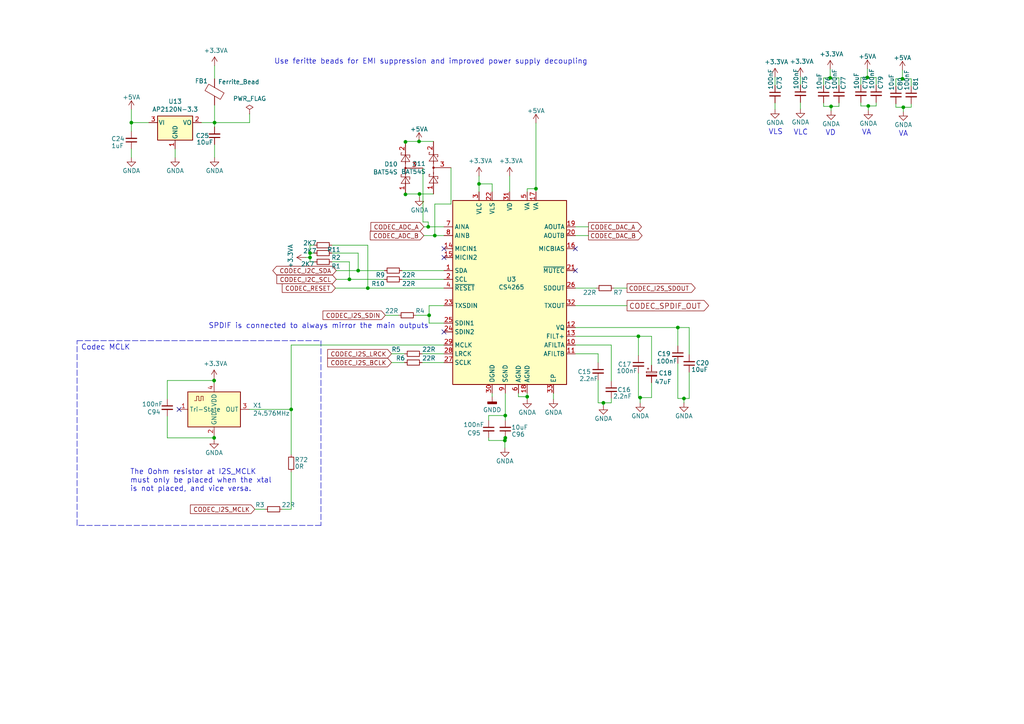
<source format=kicad_sch>
(kicad_sch (version 20211123) (generator eeschema)
  (paper "A4")
  (title_block (title "MOD Dwarf - Main Board") (date "2021-09-06") (rev "3.0") (company "MOD Devices GmbH") (comment 1 "Dwarf Audio processing board") (comment 2 "https://github.com/moddevices/hw-mod-dwarf") (comment 3 "Inp Power: 12V 500mA") (comment 4 "USB outp Power: 500mA"))
  (lib_symbols
    (symbol "Oscillator:ASCO"
      (property "Reference" "X" (at -7.62 6.35 0))
      (property "Value" "ASCO" (at 1.27 -6.35 0))
      (symbol "ASCO_0_1"
        (rectangle (start -7.62 5.08) (end 7.62 -5.08) (stroke (width 0.254)) (fill (type background)))
        (polyline (pts (xy -5.715 2.54) (xy -5.08 2.54) (xy -5.08 3.81) (xy -4.445 3.81) (xy -4.445 2.54) (xy -3.81 2.54) (xy -3.81 3.81) (xy -3.175 3.81) (xy -3.175 2.54)))
      )
      (symbol "ASCO_1_1"
        (pin input line (at -10.16 0 0) (length 2.54) (name "Tri-State") (number "1"))
        (pin power_in line (at 0 -7.62 90) (length 2.54) (name "GND") (number "2"))
        (pin output line (at 10.16 0 180) (length 2.54) (name "OUT") (number "3"))
        (pin power_in line (at 0 7.62 270) (length 2.54) (name "VDD") (number "4"))
      )
    )
    (symbol "bottom-board-rescue:+3.3VA-power" (power) (pin_names (offset 0))
      (property "Value" "+3.3VA-power" (at 0 3.556 0))
      (symbol "+3.3VA-power_0_1"
        (polyline (pts (xy -0.762 1.27) (xy 0 2.54)))
        (polyline (pts (xy 0 0) (xy 0 2.54)))
        (polyline (pts (xy 0 2.54) (xy 0.762 1.27)))
      )
      (symbol "+3.3VA-power_1_1"
        (pin power_in line (at 0 0 90) (length 0) hide (name "+3.3VA") (number "1"))
      )
    )
    (symbol "bottom-board-rescue:+5VA-power" (power) (pin_names (offset 0))
      (property "Value" "+5VA-power" (at 0 3.556 0))
      (symbol "+5VA-power_0_1"
        (polyline (pts (xy -0.762 1.27) (xy 0 2.54)))
        (polyline (pts (xy 0 0) (xy 0 2.54)))
        (polyline (pts (xy 0 2.54) (xy 0.762 1.27)))
      )
      (symbol "+5VA-power_1_1"
        (pin power_in line (at 0 0 90) (length 0) hide (name "+5VA") (number "1"))
      )
    )
    (symbol "bottom-board-rescue:AP2120N-3.3-local-components2" (pin_names (offset 0.254))
      (property "Reference" "U" (at -3.81 3.175 0))
      (property "Value" "AP2120N-3.3-local-components2" (at 0 3.175 0))
      (symbol "AP2120N-3.3-local-components2_0_1"
        (rectangle (start -5.08 -5.08) (end 5.08 1.905) (stroke (width 0.254)) (fill (type background)))
      )
      (symbol "AP2120N-3.3-local-components2_1_1"
        (pin power_in line (at 0 -7.62 90) (length 2.54) (name "GND") (number "1"))
        (pin passive line (at 7.62 0 180) (length 2.54) (name "VO") (number "2"))
        (pin power_in line (at -7.62 0 0) (length 2.54) (name "VI") (number "3"))
      )
    )
    (symbol "bottom-board-rescue:BAT54S-Diode" (pin_names (offset 1.016))
      (property "Reference" "D" (at 0.635 -3.81 0))
      (property "Value" "BAT54S-Diode" (at -6.35 3.175 0))
      (symbol "BAT54S-Diode_0_1"
        (polyline (pts (xy -3.81 0) (xy -1.27 0)))
        (polyline (pts (xy -3.175 -1.27) (xy -3.175 -1.016)))
        (polyline (pts (xy -2.54 -1.27) (xy -3.175 -1.27)))
        (polyline (pts (xy -2.54 -1.27) (xy -2.54 1.27)))
        (polyline (pts (xy -2.54 1.27) (xy -1.905 1.27)))
        (polyline (pts (xy -1.905 0) (xy 1.905 0)))
        (polyline (pts (xy -1.905 1.27) (xy -1.905 1.016)))
        (polyline (pts (xy 1.27 0) (xy 3.81 0)))
        (polyline (pts (xy 3.175 -1.27) (xy 3.175 -1.016)))
        (polyline (pts (xy 3.81 -1.27) (xy 3.175 -1.27)))
        (polyline (pts (xy 3.81 -1.27) (xy 3.81 1.27)))
        (polyline (pts (xy 3.81 1.27) (xy 4.445 1.27)))
        (polyline (pts (xy 4.445 1.27) (xy 4.445 1.016)))
        (polyline (pts (xy -4.445 1.27) (xy -4.445 -1.27) (xy -2.54 0) (xy -4.445 1.27)))
        (polyline (pts (xy 1.905 1.27) (xy 1.905 -1.27) (xy 3.81 0) (xy 1.905 1.27)))
        (circle (center 0 0) (radius 0.254) (fill (type outline)))
      )
      (symbol "BAT54S-Diode_1_1"
        (pin passive line (at -7.62 0 0) (length 3.81) (name "~") (number "1"))
        (pin passive line (at 7.62 0 180) (length 3.81) (name "~") (number "2"))
        (pin passive line (at 0 -5.08 90) (length 5.08) (name "~") (number "3"))
      )
    )
    (symbol "bottom-board-rescue:CP_Small" (pin_numbers hide) (pin_names (offset 0.254) hide)
      (property "Reference" "C" (at 0.254 1.778 0))
      (property "Value" "CP_Small" (at 0.254 -2.032 0))
      (symbol "CP_Small_0_1"
        (rectangle (start -1.524 -0.3048) (end 1.524 -0.6858) (fill (type outline)))
        (rectangle (start -1.524 0.6858) (end 1.524 0.3048))
        (polyline (pts (xy -1.27 1.524) (xy -0.762 1.524)))
        (polyline (pts (xy -1.016 1.27) (xy -1.016 1.778)))
      )
      (symbol "CP_Small_1_1"
        (pin passive line (at 0 2.54 270) (length 1.8542) (name "~") (number "1"))
        (pin passive line (at 0 -2.54 90) (length 1.8542) (name "~") (number "2"))
      )
    )
    (symbol "bottom-board-rescue:CS4265-local-components-mdx"
      (property "Reference" "U" (at 16.51 30.48 0))
      (property "Value" "CS4265-local-components-mdx" (at 16.51 27.94 0))
      (symbol "CS4265-local-components-mdx_0_1"
        (rectangle (start -16.51 26.67) (end 16.51 -26.67) (stroke (width 0.254)) (fill (type background)))
      )
      (symbol "CS4265-local-components-mdx_1_1"
        (pin bidirectional line (at -19.05 6.35 0) (length 2.54) (name "SDA") (number "1"))
        (pin output line (at 19.05 -15.24 180) (length 2.54) (name "AFILTA") (number "10"))
        (pin output line (at 19.05 -17.78 180) (length 2.54) (name "AFILTB") (number "11"))
        (pin output line (at 19.05 -10.16 180) (length 2.54) (name "VQ") (number "12"))
        (pin output line (at 19.05 -12.7 180) (length 2.54) (name "FILT+") (number "13"))
        (pin input line (at -19.05 12.7 0) (length 2.54) (name "MICIN1") (number "14"))
        (pin input line (at -19.05 10.16 0) (length 2.54) (name "MICIN2") (number "15"))
        (pin output line (at 19.05 12.7 180) (length 2.54) (name "MICBIAS") (number "16"))
        (pin power_in line (at 7.62 29.21 270) (length 2.54) (name "VA") (number "17"))
        (pin power_in line (at 5.08 -29.21 90) (length 2.54) (name "AGND") (number "18"))
        (pin output line (at 19.05 19.05 180) (length 2.54) (name "AOUTA") (number "19"))
        (pin input line (at -19.05 3.81 0) (length 2.54) (name "SCL") (number "2"))
        (pin output line (at 19.05 16.51 180) (length 2.54) (name "AOUTB") (number "20"))
        (pin output line (at 19.05 6.35 180) (length 2.54) (name "~{MUTEC}") (number "21"))
        (pin power_in line (at -5.08 29.21 270) (length 2.54) (name "VLS") (number "22"))
        (pin input line (at -19.05 -3.81 0) (length 2.54) (name "TXSDIN") (number "23"))
        (pin input line (at -19.05 -11.43 0) (length 2.54) (name "SDIN2") (number "24"))
        (pin input line (at -19.05 -8.89 0) (length 2.54) (name "SDIN1") (number "25"))
        (pin output line (at 19.05 1.27 180) (length 2.54) (name "SDOUT") (number "26"))
        (pin bidirectional line (at -19.05 -20.32 0) (length 2.54) (name "SCLK") (number "27"))
        (pin bidirectional line (at -19.05 -17.78 0) (length 2.54) (name "LRCK") (number "28"))
        (pin input line (at -19.05 -15.24 0) (length 2.54) (name "MCLK") (number "29"))
        (pin input line (at -8.89 29.21 270) (length 2.54) (name "VLC") (number "3"))
        (pin power_in line (at -5.08 -29.21 90) (length 2.54) (name "DGND") (number "30"))
        (pin power_in line (at 0 29.21 270) (length 2.54) (name "VD") (number "31"))
        (pin output line (at 19.05 -3.81 180) (length 2.54) (name "TXOUT") (number "32"))
        (pin power_in line (at 12.7 -29.21 90) (length 2.54) (name "EP") (number "33"))
        (pin input line (at -19.05 1.27 0) (length 2.54) (name "~{RESET}") (number "4"))
        (pin power_in line (at 5.08 29.21 270) (length 2.54) (name "VA") (number "5"))
        (pin power_in line (at 2.54 -29.21 90) (length 2.54) (name "AGND") (number "6"))
        (pin input line (at -19.05 19.05 0) (length 2.54) (name "AINA") (number "7"))
        (pin input line (at -19.05 16.51 0) (length 2.54) (name "AINB") (number "8"))
        (pin power_in line (at -1.27 -29.21 90) (length 2.54) (name "SGND") (number "9"))
      )
    )
    (symbol "bottom-board-rescue:C_Small" (pin_numbers hide) (pin_names (offset 0.254) hide)
      (property "Reference" "C" (at 0.254 1.778 0))
      (property "Value" "C_Small" (at 0.254 -2.032 0))
      (symbol "C_Small_0_1"
        (polyline (pts (xy -1.524 -0.508) (xy 1.524 -0.508)) (stroke (width 0.3302)))
        (polyline (pts (xy -1.524 0.508) (xy 1.524 0.508)) (stroke (width 0.3048)))
      )
      (symbol "C_Small_1_1"
        (pin passive line (at 0 2.54 270) (length 2.032) (name "~") (number "1"))
        (pin passive line (at 0 -2.54 90) (length 2.032) (name "~") (number "2"))
      )
    )
    (symbol "bottom-board-rescue:Ferrite_Bead-Device" (pin_numbers hide) (pin_names (offset 0))
      (property "Reference" "FB" (at -3.81 0.635 90))
      (property "Value" "Ferrite_Bead-Device" (at 3.81 0 90))
      (symbol "Ferrite_Bead-Device_0_1"
        (polyline (pts (xy 0 -1.27) (xy 0 -1.2192)))
        (polyline (pts (xy 0 1.27) (xy 0 1.2954)))
        (polyline (pts (xy -2.7686 0.4064) (xy -1.7018 2.2606) (xy 2.7686 -0.3048) (xy 1.6764 -2.159) (xy -2.7686 0.4064)))
      )
      (symbol "Ferrite_Bead-Device_1_1"
        (pin passive line (at 0 3.81 270) (length 2.54) (name "~") (number "1"))
        (pin passive line (at 0 -3.81 90) (length 2.54) (name "~") (number "2"))
      )
    )
    (symbol "bottom-board-rescue:GNDA-power" (power) (pin_names (offset 0))
      (property "Value" "GNDA-power" (at 0 -3.81 0))
      (symbol "GNDA-power_0_1"
        (polyline (pts (xy 0 0) (xy 0 -1.27) (xy 1.27 -1.27) (xy 0 -2.54) (xy -1.27 -1.27) (xy 0 -1.27)))
      )
      (symbol "GNDA-power_1_1"
        (pin power_in line (at 0 0 270) (length 0) hide (name "GNDA") (number "1"))
      )
    )
    (symbol "bottom-board-rescue:GNDD-power" (power) (pin_names (offset 0))
      (property "Value" "GNDD-power" (at 0 -3.175 0))
      (symbol "GNDD-power_0_1"
        (rectangle (start -1.27 -1.524) (end 1.27 -2.032) (stroke (width 0.254)) (fill (type outline)))
        (polyline (pts (xy 0 0) (xy 0 -1.524)))
      )
      (symbol "GNDD-power_1_1"
        (pin power_in line (at 0 0 270) (length 0) hide (name "GNDD") (number "1"))
      )
    )
    (symbol "bottom-board-rescue:PWR_FLAG-power" (power) (pin_numbers hide) (pin_names (offset 0) hide)
      (property "Value" "PWR_FLAG-power" (at 0 3.81 0))
      (symbol "PWR_FLAG-power_0_0"
        (pin power_out line (at 0 0 90) (length 0) (name "pwr") (number "1"))
      )
      (symbol "PWR_FLAG-power_0_1"
        (polyline (pts (xy 0 0) (xy 0 1.27) (xy -1.016 1.905) (xy 0 2.54) (xy 1.016 1.905) (xy 0 1.27)))
      )
    )
    (symbol "bottom-board-rescue:R_Small" (pin_numbers hide) (pin_names (offset 0.254) hide)
      (property "Reference" "R" (at 0.762 0.508 0))
      (property "Value" "R_Small" (at 0.762 -1.016 0))
      (symbol "R_Small_0_1"
        (rectangle (start -0.762 1.778) (end 0.762 -1.778) (stroke (width 0.2032)))
      )
      (symbol "R_Small_1_1"
        (pin passive line (at 0 2.54 270) (length 0.762) (name "~") (number "1"))
        (pin passive line (at 0 -2.54 90) (length 0.762) (name "~") (number "2"))
      )
    )
  )
  (junction (at 251.587 22.479))
  (junction (at 138.938 53.34))
  (junction (at 146.431 127.762))
  (junction (at 124.206 65.786))
  (junction (at 101.346 81.026))
  (junction (at 196.596 94.996))
  (junction (at 126.111 68.326))
  (junction (at 62.103 110.363))
  (junction (at 240.792 22.606))
  (junction (at 89.916 73.406))
  (junction (at 261.747 22.86))
  (junction (at 121.666 56.261))
  (junction (at 185.166 97.536))
  (junction (at 155.448 54.737))
  (junction (at 185.674 115.316))
  (junction (at 175.006 116.84))
  (junction (at 117.602 41.148))
  (junction (at 103.886 78.486))
  (junction (at 121.539 41.021))
  (junction (at 89.916 74.676))
  (junction (at 262.001 31.115))
  (junction (at 198.374 115.57))
  (junction (at 62.23 35.56))
  (junction (at 38.1 35.56))
  (junction (at 146.558 120.523))
  (junction (at 84.455 118.745))
  (junction (at 62.103 127))
  (junction (at 146.558 127))
  (junction (at 152.908 115.062))
  (junction (at 124.46 91.44))
  (junction (at 241.046 30.861))
  (junction (at 117.602 56.388))
  (junction (at 106.68 83.566))
  (junction (at 251.841 30.734))
  (no_connect (at 128.778 96.266))
  (no_connect (at 128.778 72.136))
  (no_connect (at 166.878 78.486))
  (no_connect (at 166.878 72.136))
  (no_connect (at 51.943 118.745))
  (no_connect (at 128.778 74.676))
  (polyline (pts (xy 22.352 152.4) (xy 22.352 98.806)))
  (wire (pts (xy 241.046 32.131) (xy 241.046 30.861)))
  (wire (pts (xy 150.368 115.062) (xy 152.908 115.062)))
  (wire (pts (xy 175.006 116.84) (xy 175.006 117.602)))
  (wire (pts (xy 72.39 33.02) (xy 72.39 35.56)))
  (wire (pts (xy 264.287 22.86) (xy 264.287 25.019)))
  (wire (pts (xy 177.292 100.076) (xy 177.292 110.49)))
  (wire (pts (xy 224.79 31.75) (xy 224.79 29.845)))
  (polyline (pts (xy 93.091 152.4) (xy 22.352 152.4)))
  (wire (pts (xy 101.346 81.026) (xy 111.506 81.026)))
  (wire (pts (xy 103.886 78.486) (xy 111.506 78.486)))
  (wire (pts (xy 72.263 118.745) (xy 84.455 118.745)))
  (wire (pts (xy 224.79 24.765) (xy 224.79 22.352)))
  (wire (pts (xy 128.778 81.026) (xy 116.586 81.026)))
  (wire (pts (xy 261.747 20.32) (xy 261.747 22.86)))
  (wire (pts (xy 62.103 111.125) (xy 62.103 110.363)))
  (wire (pts (xy 254.127 30.734) (xy 254.127 29.718)))
  (wire (pts (xy 106.68 83.566) (xy 97.282 83.566)))
  (wire (pts (xy 240.792 22.606) (xy 243.332 22.606)))
  (wire (pts (xy 249.682 30.734) (xy 249.682 29.718)))
  (wire (pts (xy 122.428 105.156) (xy 128.778 105.156)))
  (wire (pts (xy 188.976 110.998) (xy 188.976 115.316)))
  (wire (pts (xy 38.1 45.72) (xy 38.1 43.18)))
  (wire (pts (xy 62.103 110.363) (xy 62.103 109.855)))
  (wire (pts (xy 48.514 127) (xy 62.103 127)))
  (wire (pts (xy 122.428 102.616) (xy 128.778 102.616)))
  (wire (pts (xy 91.186 73.406) (xy 89.916 73.406)))
  (wire (pts (xy 121.666 56.261) (xy 117.602 56.261)))
  (wire (pts (xy 89.916 71.12) (xy 89.916 73.406)))
  (wire (pts (xy 262.001 32.385) (xy 262.001 31.115)))
  (wire (pts (xy 152.908 115.062) (xy 152.908 114.046)))
  (wire (pts (xy 62.23 36.83) (xy 62.23 35.56)))
  (wire (pts (xy 181.864 83.566) (xy 178.054 83.566)))
  (wire (pts (xy 146.431 127.762) (xy 146.431 127)))
  (wire (pts (xy 121.539 41.021) (xy 117.602 41.021)))
  (wire (pts (xy 62.23 30.48) (xy 62.23 35.56)))
  (wire (pts (xy 122.936 65.786) (xy 124.206 65.786)))
  (wire (pts (xy 251.841 30.734) (xy 249.682 30.734)))
  (wire (pts (xy 198.374 115.57) (xy 198.374 116.84)))
  (wire (pts (xy 166.878 97.536) (xy 185.166 97.536)))
  (wire (pts (xy 84.455 100.076) (xy 128.778 100.076)))
  (wire (pts (xy 48.514 120.777) (xy 48.514 127)))
  (wire (pts (xy 196.596 100.33) (xy 196.596 94.996)))
  (wire (pts (xy 166.878 94.996) (xy 196.596 94.996)))
  (wire (pts (xy 241.046 30.861) (xy 238.887 30.861)))
  (wire (pts (xy 62.23 45.72) (xy 62.23 41.91)))
  (wire (pts (xy 117.602 41.021) (xy 117.602 41.148)))
  (wire (pts (xy 188.976 115.316) (xy 185.674 115.316)))
  (wire (pts (xy 166.878 102.616) (xy 173.482 102.616)))
  (wire (pts (xy 188.976 97.536) (xy 188.976 105.918)))
  (wire (pts (xy 259.842 25.019) (xy 259.842 22.86)))
  (wire (pts (xy 58.42 35.56) (xy 62.23 35.56)))
  (wire (pts (xy 125.73 56.261) (xy 121.666 56.261)))
  (wire (pts (xy 89.916 74.676) (xy 88.646 74.676)))
  (wire (pts (xy 199.898 115.57) (xy 198.374 115.57)))
  (wire (pts (xy 122.682 64.389) (xy 124.206 64.389)))
  (wire (pts (xy 155.448 35.687) (xy 155.448 54.737)))
  (wire (pts (xy 166.878 100.076) (xy 177.292 100.076)))
  (wire (pts (xy 173.482 116.84) (xy 173.482 110.236)))
  (wire (pts (xy 62.103 127) (xy 62.103 126.365)))
  (wire (pts (xy 261.747 22.86) (xy 264.287 22.86)))
  (wire (pts (xy 264.287 31.115) (xy 264.287 30.099)))
  (wire (pts (xy 97.536 81.026) (xy 101.346 81.026)))
  (wire (pts (xy 262.001 31.115) (xy 264.287 31.115)))
  (wire (pts (xy 240.792 20.066) (xy 240.792 22.606)))
  (wire (pts (xy 232.156 24.638) (xy 232.156 22.225)))
  (wire (pts (xy 249.682 22.479) (xy 251.587 22.479)))
  (wire (pts (xy 196.596 115.57) (xy 196.596 105.41)))
  (wire (pts (xy 89.916 75.946) (xy 89.916 74.676)))
  (wire (pts (xy 138.938 55.626) (xy 138.938 53.34)))
  (wire (pts (xy 124.46 93.726) (xy 128.778 93.726)))
  (wire (pts (xy 96.266 75.946) (xy 101.346 75.946)))
  (wire (pts (xy 170.688 68.326) (xy 166.878 68.326)))
  (wire (pts (xy 128.778 78.486) (xy 116.586 78.486)))
  (wire (pts (xy 146.431 127) (xy 146.558 127)))
  (wire (pts (xy 91.186 71.12) (xy 89.916 71.12)))
  (wire (pts (xy 130.81 48.641) (xy 130.81 59.182)))
  (wire (pts (xy 38.1 38.1) (xy 38.1 35.56)))
  (wire (pts (xy 141.732 121.92) (xy 141.732 120.523)))
  (wire (pts (xy 259.842 22.86) (xy 261.747 22.86)))
  (wire (pts (xy 142.748 53.34) (xy 138.938 53.34)))
  (wire (pts (xy 185.166 97.536) (xy 188.976 97.536)))
  (wire (pts (xy 251.841 32.004) (xy 251.841 30.734)))
  (wire (pts (xy 175.006 116.84) (xy 173.482 116.84)))
  (wire (pts (xy 84.455 118.745) (xy 84.455 100.076)))
  (wire (pts (xy 251.587 19.939) (xy 251.587 22.479)))
  (wire (pts (xy 125.73 41.021) (xy 121.539 41.021)))
  (wire (pts (xy 62.103 127) (xy 62.103 127.508)))
  (wire (pts (xy 262.001 31.115) (xy 259.842 31.115)))
  (wire (pts (xy 103.886 78.486) (xy 103.886 73.406)))
  (wire (pts (xy 48.514 115.697) (xy 48.514 110.363)))
  (wire (pts (xy 251.587 22.479) (xy 254.127 22.479)))
  (wire (pts (xy 142.748 115.062) (xy 142.748 114.046)))
  (wire (pts (xy 152.908 115.824) (xy 152.908 115.062)))
  (wire (pts (xy 121.666 56.261) (xy 121.666 57.15)))
  (wire (pts (xy 81.915 147.701) (xy 84.455 147.701)))
  (wire (pts (xy 91.186 75.946) (xy 89.916 75.946)))
  (wire (pts (xy 89.916 73.406) (xy 89.916 74.676)))
  (wire (pts (xy 126.111 59.182) (xy 126.111 68.326)))
  (wire (pts (xy 38.1 35.56) (xy 38.1 31.75)))
  (wire (pts (xy 141.732 127.762) (xy 146.431 127.762)))
  (wire (pts (xy 243.332 30.861) (xy 243.332 29.845)))
  (wire (pts (xy 141.732 120.523) (xy 146.558 120.523)))
  (wire (pts (xy 124.206 65.786) (xy 128.778 65.786)))
  (wire (pts (xy 122.936 68.326) (xy 126.111 68.326)))
  (wire (pts (xy 48.514 110.363) (xy 62.103 110.363)))
  (wire (pts (xy 103.886 73.406) (xy 96.266 73.406)))
  (wire (pts (xy 238.887 24.765) (xy 238.887 22.606)))
  (wire (pts (xy 238.887 22.606) (xy 240.792 22.606)))
  (wire (pts (xy 120.65 91.44) (xy 124.46 91.44)))
  (wire (pts (xy 128.778 83.566) (xy 106.68 83.566)))
  (wire (pts (xy 111.76 91.44) (xy 115.57 91.44)))
  (wire (pts (xy 196.596 94.996) (xy 199.898 94.996)))
  (wire (pts (xy 117.348 105.156) (xy 113.538 105.156)))
  (wire (pts (xy 142.748 55.626) (xy 142.748 53.34)))
  (polyline (pts (xy 93.091 98.806) (xy 93.091 152.4)))
  (wire (pts (xy 199.898 94.996) (xy 199.898 102.87)))
  (wire (pts (xy 126.111 68.326) (xy 128.778 68.326)))
  (wire (pts (xy 160.528 115.824) (xy 160.528 114.046)))
  (wire (pts (xy 241.046 30.861) (xy 243.332 30.861)))
  (wire (pts (xy 106.68 71.12) (xy 106.68 83.566)))
  (wire (pts (xy 243.332 22.606) (xy 243.332 24.765)))
  (wire (pts (xy 124.46 91.44) (xy 124.46 93.726)))
  (wire (pts (xy 238.887 30.861) (xy 238.887 29.845)))
  (wire (pts (xy 43.18 35.56) (xy 38.1 35.56)))
  (wire (pts (xy 185.674 115.316) (xy 185.674 116.84)))
  (wire (pts (xy 96.266 71.12) (xy 106.68 71.12)))
  (polyline (pts (xy 22.352 98.806) (xy 93.091 98.806)))
  (wire (pts (xy 97.536 78.486) (xy 103.886 78.486)))
  (wire (pts (xy 113.538 102.616) (xy 117.348 102.616)))
  (wire (pts (xy 101.346 81.026) (xy 101.346 75.946)))
  (wire (pts (xy 251.841 30.734) (xy 254.127 30.734)))
  (wire (pts (xy 173.482 102.616) (xy 173.482 105.156)))
  (wire (pts (xy 72.39 35.56) (xy 62.23 35.56)))
  (wire (pts (xy 259.842 31.115) (xy 259.842 30.099)))
  (wire (pts (xy 254.127 22.479) (xy 254.127 24.638)))
  (wire (pts (xy 84.455 147.701) (xy 84.455 136.906)))
  (wire (pts (xy 185.166 115.316) (xy 185.166 108.204)))
  (wire (pts (xy 152.908 54.737) (xy 155.448 54.737)))
  (wire (pts (xy 73.914 147.701) (xy 76.835 147.701)))
  (wire (pts (xy 232.156 31.623) (xy 232.156 29.718)))
  (wire (pts (xy 185.166 97.536) (xy 185.166 103.124)))
  (wire (pts (xy 138.938 53.34) (xy 138.938 51.054)))
  (wire (pts (xy 130.81 59.182) (xy 126.111 59.182)))
  (wire (pts (xy 122.682 48.768) (xy 122.682 64.389)))
  (wire (pts (xy 155.448 55.626) (xy 155.448 54.737)))
  (wire (pts (xy 166.878 83.566) (xy 172.974 83.566)))
  (wire (pts (xy 128.778 88.646) (xy 124.46 88.646)))
  (wire (pts (xy 50.8 43.18) (xy 50.8 45.72)))
  (wire (pts (xy 177.292 116.84) (xy 175.006 116.84)))
  (wire (pts (xy 146.558 120.523) (xy 146.558 121.92)))
  (wire (pts (xy 117.602 56.261) (xy 117.602 56.388)))
  (wire (pts (xy 166.878 65.786) (xy 170.688 65.786)))
  (wire (pts (xy 124.46 88.646) (xy 124.46 91.44)))
  (wire (pts (xy 141.732 127) (xy 141.732 127.762)))
  (wire (pts (xy 185.674 115.316) (xy 185.166 115.316)))
  (wire (pts (xy 124.206 64.389) (xy 124.206 65.786)))
  (wire (pts (xy 147.828 55.626) (xy 147.828 51.054)))
  (wire (pts (xy 146.558 114.046) (xy 146.558 120.523)))
  (wire (pts (xy 249.682 24.638) (xy 249.682 22.479)))
  (wire (pts (xy 198.374 115.57) (xy 196.596 115.57)))
  (wire (pts (xy 146.431 129.921) (xy 146.431 127.762)))
  (wire (pts (xy 199.898 107.95) (xy 199.898 115.57)))
  (wire (pts (xy 150.368 114.046) (xy 150.368 115.062)))
  (wire (pts (xy 177.292 115.57) (xy 177.292 116.84)))
  (wire (pts (xy 181.864 88.646) (xy 166.878 88.646)))
  (wire (pts (xy 62.23 19.05) (xy 62.23 22.86)))
  (wire (pts (xy 152.908 55.626) (xy 152.908 54.737)))
  (wire (pts (xy 84.455 118.745) (xy 84.455 131.826)))
  (text "VA" (at 249.936 39.37 0) (effects (font (size 1.524 1.524)) (justify left bottom)))
  (text "Use feritte beads for EMI suppression and improved power supply decoupling" (at 79.502 18.796 0) (effects (font (size 1.524 1.524)) (justify left bottom)))
  (text "VLS" (at 222.885 39.243 0) (effects (font (size 1.524 1.524)) (justify left bottom)))
  (text "Codec MCLK" (at 23.495 101.727 0) (effects (font (size 1.524 1.524)) (justify left bottom)))
  (text "VA" (at 260.604 39.751 0) (effects (font (size 1.524 1.524)) (justify left bottom)))
  (text "VLC" (at 230.124 39.37 0) (effects (font (size 1.524 1.524)) (justify left bottom)))
  (text "SPDIF is connected to always mirror the main outputs" (at 60.452 95.504 0) (effects (font (size 1.524 1.524)) (justify left bottom)))
  (text "The 0ohm resistor at I2S_MCLK \nmust only be placed when the xtal\nis not placed, and vice versa." (at 37.719 142.748 0) (effects (font (size 1.524 1.524)) (justify left bottom)))
  (text "VD" (at 239.395 39.497 0) (effects (font (size 1.524 1.524)) (justify left bottom)))
  (global_label "CODEC_ADC_B" (shape input) (at 122.936 68.326 180) (property "Intersheet References" "${INTERSHEET_REFS}" (effects hide)))
  (global_label "CODEC_I2S_MCLK" (shape input) (at 73.914 147.701 180) (property "Intersheet References" "${INTERSHEET_REFS}" (effects hide)))
  (global_label "CODEC_DAC_A" (shape output) (at 170.688 65.786 0) (property "Intersheet References" "${INTERSHEET_REFS}" (effects hide)))
  (global_label "CODEC_I2S_LRCK" (shape input) (at 113.538 102.616 180) (property "Intersheet References" "${INTERSHEET_REFS}" (effects hide)))
  (global_label "CODEC_I2S_SDIN" (shape input) (at 111.76 91.44 180) (property "Intersheet References" "${INTERSHEET_REFS}" (effects hide)))
  (global_label "CODEC_I2C_SDA" (shape bidirectional) (at 97.536 78.486 180) (property "Intersheet References" "${INTERSHEET_REFS}" (effects hide)))
  (global_label "CODEC_RESET" (shape input) (at 97.282 83.566 180) (property "Intersheet References" "${INTERSHEET_REFS}" (effects hide)))
  (global_label "CODEC_SPDIF_OUT" (shape output) (at 181.864 88.646 0) (effects (font (size 1.524 1.524))) (property "Intersheet References" "${INTERSHEET_REFS}" (effects hide)))
  (global_label "CODEC_I2S_SDOUT" (shape output) (at 181.864 83.566 0) (property "Intersheet References" "${INTERSHEET_REFS}" (effects hide)))
  (global_label "CODEC_I2S_BCLK" (shape input) (at 113.538 105.156 180) (property "Intersheet References" "${INTERSHEET_REFS}" (effects hide)))
  (global_label "CODEC_DAC_B" (shape output) (at 170.688 68.326 0) (property "Intersheet References" "${INTERSHEET_REFS}" (effects hide)))
  (global_label "CODEC_ADC_A" (shape input) (at 122.936 65.786 180) (property "Intersheet References" "${INTERSHEET_REFS}" (effects hide)))
  (global_label "CODEC_I2C_SCL" (shape input) (at 97.536 81.026 180) (property "Intersheet References" "${INTERSHEET_REFS}" (effects hide)))
  (symbol (lib_id "bottom-board-rescue:R_Small") (at 114.046 78.486 270) (unit 1)
    (property "Reference" "R9" (at 108.966 79.756 90) (effects (justify left)))
    (property "Value" "22R" (at 116.586 79.756 90) (effects (justify left)))
    (property "Footprint" "Resistor_SMD:R_0603_1608Metric" (effects hide))
    (property "MPN" "RMCF0603JT22R0" (effects hide))
  )
  (symbol (lib_id "bottom-board-rescue:R_Small") (at 114.046 81.026 270) (unit 1)
    (property "Reference" "R10" (at 107.696 82.296 90) (effects (justify left)))
    (property "Value" "22R" (at 116.586 82.296 90) (effects (justify left)))
    (property "Footprint" "Resistor_SMD:R_0603_1608Metric" (effects hide))
    (property "MPN" "RMCF0603JT22R0" (effects hide))
  )
  (symbol (lib_id "bottom-board-rescue:R_Small") (at 93.726 73.406 270) (unit 1)
    (property "Reference" "R2" (at 98.806 74.676 90) (effects (justify right)))
    (property "Value" "2K7" (at 91.821 72.771 90) (effects (justify right)))
    (property "Footprint" "Resistor_SMD:R_0603_1608Metric" (effects hide))
    (property "MPN" "CRGCQ0603F2K7" (effects hide))
  )
  (symbol (lib_id "bottom-board-rescue:R_Small") (at 93.726 75.946 90) (unit 1)
    (property "Reference" "R1" (at 98.806 77.216 90) (effects (justify left)))
    (property "Value" "2K7" (at 91.186 76.581 90) (effects (justify left)))
    (property "Footprint" "Resistor_SMD:R_0603_1608Metric" (effects hide))
    (property "MPN" "CRGCQ0603F2K7" (effects hide))
  )
  (symbol (lib_id "bottom-board-rescue:R_Small") (at 119.888 102.616 270) (unit 1)
    (property "Reference" "R5" (at 113.538 101.346 90) (effects (justify left)))
    (property "Value" "22R" (at 122.428 101.346 90) (effects (justify left)))
    (property "Footprint" "Resistor_SMD:R_0603_1608Metric" (effects hide))
    (property "MPN" "RMCF0603JT22R0" (effects hide))
  )
  (symbol (lib_id "bottom-board-rescue:R_Small") (at 119.888 105.156 270) (unit 1)
    (property "Reference" "R6" (at 114.808 103.886 90) (effects (justify left)))
    (property "Value" "22R" (at 122.428 103.886 90) (effects (justify left)))
    (property "Footprint" "Resistor_SMD:R_0603_1608Metric" (effects hide))
    (property "MPN" "RMCF0603JT22R0" (effects hide))
  )
  (symbol (lib_id "bottom-board-rescue:R_Small") (at 175.514 83.566 90) (unit 1)
    (property "Reference" "R7" (at 180.594 84.836 90) (effects (justify left)))
    (property "Value" "22R" (at 172.974 84.836 90) (effects (justify left)))
    (property "Footprint" "Resistor_SMD:R_0603_1608Metric" (effects hide))
    (property "MPN" "RMCF0603JT22R0" (effects hide))
  )
  (symbol (lib_id "bottom-board-rescue:AP2120N-3.3-local-components2") (at 50.8 35.56 0) (unit 1)
    (property "Reference" "U13" (at 50.8 29.4132 0))
    (property "Value" "AP2120N-3.3" (at 50.8 31.7246 0))
    (property "Footprint" "Package_TO_SOT_SMD:SOT-23" (effects hide))
    (property "Datasheet" "https://www.diodes.com/assets/Datasheets/AP2120.pdf" (effects hide))
    (property "MPN" "AP2120N-3.3TRG1" (effects hide))
  )
  (symbol (lib_id "bottom-board-rescue:C_Small") (at 38.1 40.64 180) (unit 1)
    (property "Reference" "C24" (at 32.258 40.259 0) (effects (justify right)))
    (property "Value" "1uF" (at 35.941 42.291 0) (effects (justify left)))
    (property "Footprint" "Capacitor_SMD:C_0603_1608Metric" (effects hide))
    (property "MPN" "TMK107B7105KA-T" (effects hide))
  )
  (symbol (lib_id "bottom-board-rescue:GNDA-power") (at 50.8 45.72 0) (unit 1)
    (property "Reference" "#PWR0125" (effects hide))
    (property "Value" "GNDA" (at 50.8 49.53 0))
  )
  (symbol (lib_id "bottom-board-rescue:GNDA-power") (at 38.1 45.72 0) (unit 1)
    (property "Reference" "#PWR0126" (effects hide))
    (property "Value" "GNDA" (at 38.1 49.53 0))
  )
  (symbol (lib_id "bottom-board-rescue:GNDA-power") (at 62.23 45.72 0) (unit 1)
    (property "Reference" "#PWR0127" (effects hide))
    (property "Value" "GNDA" (at 62.23 49.53 0))
  )
  (symbol (lib_id "bottom-board-rescue:C_Small") (at 62.23 39.37 180) (unit 1)
    (property "Reference" "C25" (at 56.769 39.37 0) (effects (justify right)))
    (property "Value" "10uF" (at 61.849 41.275 0) (effects (justify left)))
    (property "Footprint" "Capacitor_SMD:C_0805_2012Metric" (effects hide))
    (property "MPN" "GRM219R61E106KA12D" (effects hide))
  )
  (symbol (lib_id "bottom-board-rescue:+5VA-power") (at 38.1 31.75 0) (unit 1)
    (property "Reference" "#PWR0128" (effects hide))
    (property "Value" "+5VA" (at 38.1 28.194 0))
  )
  (symbol (lib_id "bottom-board-rescue:+3.3VA-power") (at 62.23 19.05 0) (unit 1)
    (property "Reference" "#PWR0129" (effects hide))
    (property "Value" "+3.3VA" (at 62.611 14.6558 0))
  )
  (symbol (lib_id "bottom-board-rescue:PWR_FLAG-power") (at 72.39 33.02 0) (unit 1)
    (property "Reference" "#FLG0102" (effects hide))
    (property "Value" "PWR_FLAG" (at 72.39 28.6004 0))
  )
  (symbol (lib_id "bottom-board-rescue:+3.3VA-power") (at 88.646 74.676 90) (unit 1)
    (property "Reference" "#PWR0131" (effects hide))
    (property "Value" "+3.3VA" (at 84.2518 74.295 0))
  )
  (symbol (lib_id "bottom-board-rescue:R_Small") (at 118.11 91.44 90) (unit 1)
    (property "Reference" "R4" (at 123.19 90.17 90) (effects (justify left)))
    (property "Value" "22R" (at 115.57 90.17 90) (effects (justify left)))
    (property "Footprint" "Resistor_SMD:R_0603_1608Metric" (effects hide))
    (property "MPN" "RMCF0603JT22R0" (effects hide))
  )
  (symbol (lib_id "bottom-board-rescue:R_Small") (at 79.375 147.701 270) (unit 1)
    (property "Reference" "R3" (at 74.041 146.431 90) (effects (justify left)))
    (property "Value" "22R" (at 81.661 146.431 90) (effects (justify left)))
    (property "Footprint" "Resistor_SMD:R_0603_1608Metric" (effects hide))
    (property "MPN" "RMCF0603JT22R0" (effects hide))
  )
  (symbol (lib_id "bottom-board-rescue:Ferrite_Bead-Device") (at 62.23 26.67 0) (unit 1)
    (property "Reference" "FB1" (at 56.515 23.495 0) (effects (justify left)))
    (property "Value" "Ferrite_Bead" (at 63.246 23.749 0) (effects (justify left)))
    (property "Footprint" "Resistor_SMD:R_0603_1608Metric" (effects hide))
    (property "MPN" "BLM18HD102SH1D" (effects hide))
  )
  (symbol (lib_id "bottom-board-rescue:GNDD-power") (at 142.748 115.062 0) (unit 1)
    (property "Reference" "#PWR0107" (effects hide))
    (property "Value" "GNDD" (at 142.748 118.872 0))
  )
  (symbol (lib_id "bottom-board-rescue:BAT54S-Diode") (at 117.602 48.768 90) (unit 1)
    (property "Reference" "D10" (at 115.3668 47.5996 90) (effects (justify left)))
    (property "Value" "BAT54S" (at 115.3668 49.911 90) (effects (justify left)))
    (property "Footprint" "Package_TO_SOT_SMD:SOT-23" (effects hide))
    (property "Datasheet" "https://www.diodes.com/assets/Datasheets/ds11005.pdf" (effects hide))
    (property "MPN" "BAT54SFILM" (effects hide))
  )
  (symbol (lib_id "bottom-board-rescue:BAT54S-Diode") (at 125.73 48.641 90) (unit 1)
    (property "Reference" "D11" (at 123.4948 47.4726 90) (effects (justify left)))
    (property "Value" "BAT54S" (at 123.4948 49.784 90) (effects (justify left)))
    (property "Footprint" "Package_TO_SOT_SMD:SOT-23" (effects hide))
    (property "Datasheet" "https://www.diodes.com/assets/Datasheets/ds11005.pdf" (effects hide))
    (property "MPN" "BAT54SFILM" (effects hide))
  )
  (symbol (lib_id "bottom-board-rescue:GNDA-power") (at 121.666 57.15 0) (unit 1)
    (property "Reference" "#PWR0230" (effects hide))
    (property "Value" "GNDA" (at 121.666 60.96 0))
  )
  (symbol (lib_id "bottom-board-rescue:CS4265-local-components-mdx") (at 147.828 84.836 0) (unit 1)
    (property "Reference" "U3" (at 148.336 81.026 0))
    (property "Value" "CS4265" (at 148.336 83.312 0))
    (property "Footprint" "Package_DFN_QFN:QFN-32-1EP_5x5mm_P0.5mm_EP3.1x3.1mm" (effects hide))
    (property "MPN" "CS4265-CNZ" (effects hide))
  )
  (symbol (lib_id "bottom-board-rescue:+3.3VA-power") (at 138.938 51.054 0) (unit 1)
    (property "Reference" "#PWR0104" (effects hide))
    (property "Value" "+3.3VA" (at 139.319 46.6598 0))
  )
  (symbol (lib_id "bottom-board-rescue:+3.3VA-power") (at 147.828 51.054 0) (unit 1)
    (property "Reference" "#PWR0105" (effects hide))
    (property "Value" "+3.3VA" (at 148.209 46.6598 0))
  )
  (symbol (lib_id "bottom-board-rescue:+5VA-power") (at 155.448 35.687 0) (unit 1)
    (property "Reference" "#PWR0106" (effects hide))
    (property "Value" "+5VA" (at 155.448 32.131 0))
  )
  (symbol (lib_id "bottom-board-rescue:R_Small") (at 93.726 71.12 270) (unit 1)
    (property "Reference" "R11" (at 98.806 72.39 90) (effects (justify right)))
    (property "Value" "2K7" (at 91.821 70.485 90) (effects (justify right)))
    (property "Footprint" "Resistor_SMD:R_0603_1608Metric" (effects hide))
    (property "MPN" "CRGCQ0603F2K7" (effects hide))
  )
  (symbol (lib_id "bottom-board-rescue:GNDA-power") (at 152.908 115.824 0) (unit 1)
    (property "Reference" "#PWR0108" (effects hide))
    (property "Value" "GNDA" (at 152.908 119.634 0))
  )
  (symbol (lib_id "bottom-board-rescue:GNDA-power") (at 160.528 115.824 0) (unit 1)
    (property "Reference" "#PWR0109" (effects hide))
    (property "Value" "GNDA" (at 160.528 119.634 0))
  )
  (symbol (lib_id "bottom-board-rescue:C_Small") (at 173.482 107.696 0) (unit 1)
    (property "Reference" "C15" (at 167.513 107.823 0) (effects (justify left)))
    (property "Value" "2.2nF" (at 168.021 109.855 0) (effects (justify left)))
    (property "Footprint" "Capacitor_SMD:C_0603_1608Metric" (effects hide))
    (property "MPN" "GRM1885C1H222JA01D" (effects hide))
  )
  (symbol (lib_id "bottom-board-rescue:GNDA-power") (at 175.006 117.602 0) (unit 1)
    (property "Reference" "#PWR0110" (effects hide))
    (property "Value" "GNDA" (at 175.006 121.412 0))
  )
  (symbol (lib_id "bottom-board-rescue:C_Small") (at 177.292 113.03 0) (unit 1)
    (property "Reference" "C16" (at 179.07 113.03 0) (effects (justify left)))
    (property "Value" "2.2nF" (at 177.8 114.935 0) (effects (justify left)))
    (property "Footprint" "Capacitor_SMD:C_0603_1608Metric" (effects hide))
    (property "MPN" "GRM1885C1H222JA01D" (effects hide))
  )
  (symbol (lib_id "bottom-board-rescue:C_Small") (at 185.166 105.664 0) (unit 1)
    (property "Reference" "C17" (at 179.197 105.664 0) (effects (justify left)))
    (property "Value" "100nF" (at 178.816 107.569 0) (effects (justify left)))
    (property "Footprint" "Capacitor_SMD:C_0603_1608Metric" (effects hide))
    (property "MPN" "GCM188R71C104KA37D" (effects hide))
  )
  (symbol (lib_id "bottom-board-rescue:CP_Small") (at 188.976 108.458 0) (unit 1)
    (property "Reference" "C18" (at 191.008 108.204 0) (effects (justify left)))
    (property "Value" "47uF" (at 189.865 110.744 0) (effects (justify left)))
    (property "Footprint" "Capacitor_SMD:CP_Elec_5x5.4" (effects hide))
    (property "MPN" "EDK476M016A9DAA" (effects hide))
  )
  (symbol (lib_id "bottom-board-rescue:GNDA-power") (at 185.674 116.84 0) (unit 1)
    (property "Reference" "#PWR0123" (effects hide))
    (property "Value" "GNDA" (at 185.674 120.65 0))
  )
  (symbol (lib_id "bottom-board-rescue:C_Small") (at 196.596 102.87 0) (unit 1)
    (property "Reference" "C19" (at 190.627 102.616 0) (effects (justify left)))
    (property "Value" "100nF" (at 190.373 104.775 0) (effects (justify left)))
    (property "Footprint" "Capacitor_SMD:C_0603_1608Metric" (effects hide))
    (property "MPN" "GCM188R71C104KA37D" (effects hide))
  )
  (symbol (lib_id "bottom-board-rescue:C_Small") (at 199.898 105.41 180) (unit 1)
    (property "Reference" "C20" (at 201.803 105.283 0) (effects (justify right)))
    (property "Value" "10uF" (at 205.359 107.188 0) (effects (justify left)))
    (property "Footprint" "Capacitor_SMD:C_0805_2012Metric" (effects hide))
    (property "MPN" "GRM219R61E106KA12D" (effects hide))
  )
  (symbol (lib_id "bottom-board-rescue:GNDA-power") (at 198.374 116.84 0) (unit 1)
    (property "Reference" "#PWR0124" (effects hide))
    (property "Value" "GNDA" (at 198.374 120.65 0))
  )
  (symbol (lib_id "bottom-board-rescue:GNDA-power") (at 146.431 129.921 0) (unit 1)
    (property "Reference" "#PWR0130" (effects hide))
    (property "Value" "GNDA" (at 146.431 133.731 0))
  )
  (symbol (lib_id "bottom-board-rescue:C_Small") (at 243.332 27.305 0) (unit 1)
    (property "Reference" "C77" (at 244.602 26.035 90) (effects (justify left)))
    (property "Value" "100nF" (at 242.062 26.035 90) (effects (justify left)))
    (property "Footprint" "Capacitor_SMD:C_0603_1608Metric" (effects hide))
    (property "MPN" "GCM188R71C104KA37D" (effects hide))
  )
  (symbol (lib_id "bottom-board-rescue:C_Small") (at 238.887 27.305 0) (unit 1)
    (property "Reference" "C76" (at 240.157 26.035 90) (effects (justify left)))
    (property "Value" "10uF" (at 237.617 26.035 90) (effects (justify left)))
    (property "Footprint" "Capacitor_SMD:C_0805_2012Metric" (effects hide))
    (property "MPN" "GRM219R61E106KA12D" (effects hide))
  )
  (symbol (lib_id "bottom-board-rescue:+3.3VA-power") (at 232.156 22.225 0) (unit 1)
    (property "Reference" "#PWR0111" (effects hide))
    (property "Value" "+3.3VA" (at 232.537 17.8308 0))
  )
  (symbol (lib_id "bottom-board-rescue:GNDA-power") (at 232.156 31.623 0) (unit 1)
    (property "Reference" "#PWR0116" (effects hide))
    (property "Value" "GNDA" (at 232.156 35.433 0))
  )
  (symbol (lib_id "bottom-board-rescue:C_Small") (at 232.156 27.178 0) (unit 1)
    (property "Reference" "C75" (at 233.426 25.908 90) (effects (justify left)))
    (property "Value" "100nF" (at 230.886 25.908 90) (effects (justify left)))
    (property "Footprint" "Capacitor_SMD:C_0603_1608Metric" (effects hide))
    (property "MPN" "GCM188R71C104KA37D" (effects hide))
  )
  (symbol (lib_id "bottom-board-rescue:+3.3VA-power") (at 240.792 20.066 0) (unit 1)
    (property "Reference" "#PWR0121" (effects hide))
    (property "Value" "+3.3VA" (at 241.173 15.6718 0))
  )
  (symbol (lib_id "bottom-board-rescue:GNDA-power") (at 241.046 32.131 0) (unit 1)
    (property "Reference" "#PWR0236" (effects hide))
    (property "Value" "GNDA" (at 241.046 35.941 0))
  )
  (symbol (lib_id "bottom-board-rescue:+3.3VA-power") (at 224.79 22.352 0) (unit 1)
    (property "Reference" "#PWR0237" (effects hide))
    (property "Value" "+3.3VA" (at 225.171 17.9578 0))
  )
  (symbol (lib_id "bottom-board-rescue:GNDA-power") (at 224.79 31.75 0) (unit 1)
    (property "Reference" "#PWR0238" (effects hide))
    (property "Value" "GNDA" (at 224.79 35.56 0))
  )
  (symbol (lib_id "bottom-board-rescue:C_Small") (at 224.79 27.305 0) (unit 1)
    (property "Reference" "C73" (at 226.06 26.035 90) (effects (justify left)))
    (property "Value" "100nF" (at 223.52 26.035 90) (effects (justify left)))
    (property "Footprint" "Capacitor_SMD:C_0603_1608Metric" (effects hide))
    (property "MPN" "GCM188R71C104KA37D" (effects hide))
  )
  (symbol (lib_id "bottom-board-rescue:C_Small") (at 254.127 27.178 0) (unit 1)
    (property "Reference" "C79" (at 255.397 25.908 90) (effects (justify left)))
    (property "Value" "100nF" (at 252.857 25.908 90) (effects (justify left)))
    (property "Footprint" "Capacitor_SMD:C_0603_1608Metric" (effects hide))
    (property "MPN" "GCM188R71C104KA37D" (effects hide))
  )
  (symbol (lib_id "bottom-board-rescue:C_Small") (at 249.682 27.178 0) (unit 1)
    (property "Reference" "C78" (at 250.952 25.908 90) (effects (justify left)))
    (property "Value" "10uF" (at 248.412 25.908 90) (effects (justify left)))
    (property "Footprint" "Capacitor_SMD:C_0805_2012Metric" (effects hide))
    (property "MPN" "GRM219R61E106KA12D" (effects hide))
  )
  (symbol (lib_id "bottom-board-rescue:GNDA-power") (at 251.841 32.004 0) (unit 1)
    (property "Reference" "#PWR0239" (effects hide))
    (property "Value" "GNDA" (at 251.841 35.814 0))
  )
  (symbol (lib_id "bottom-board-rescue:C_Small") (at 264.287 27.559 0) (unit 1)
    (property "Reference" "C81" (at 265.557 26.289 90) (effects (justify left)))
    (property "Value" "100nF" (at 263.017 26.289 90) (effects (justify left)))
    (property "Footprint" "Capacitor_SMD:C_0603_1608Metric" (effects hide))
    (property "MPN" "GCM188R71C104KA37D" (effects hide))
  )
  (symbol (lib_id "bottom-board-rescue:C_Small") (at 259.842 27.559 0) (unit 1)
    (property "Reference" "C80" (at 261.112 26.289 90) (effects (justify left)))
    (property "Value" "10uF" (at 258.572 26.289 90) (effects (justify left)))
    (property "Footprint" "Capacitor_SMD:C_0805_2012Metric" (effects hide))
    (property "MPN" "GRM219R61E106KA12D" (effects hide))
  )
  (symbol (lib_id "bottom-board-rescue:GNDA-power") (at 262.001 32.385 0) (unit 1)
    (property "Reference" "#PWR0240" (effects hide))
    (property "Value" "GNDA" (at 262.001 36.195 0))
  )
  (symbol (lib_id "bottom-board-rescue:+5VA-power") (at 251.587 19.939 0) (unit 1)
    (property "Reference" "#PWR0241" (effects hide))
    (property "Value" "+5VA" (at 251.587 16.383 0))
  )
  (symbol (lib_id "bottom-board-rescue:+5VA-power") (at 261.747 20.32 0) (unit 1)
    (property "Reference" "#PWR0242" (effects hide))
    (property "Value" "+5VA" (at 261.747 16.764 0))
  )
  (symbol (lib_id "bottom-board-rescue:+5VA-power") (at 121.539 41.021 0) (unit 1)
    (property "Reference" "#PWR0243" (effects hide))
    (property "Value" "+5VA" (at 121.539 37.465 0))
  )
  (symbol (lib_id "Oscillator:ASCO") (at 62.103 118.745 0) (unit 1)
    (property "Reference" "X1" (at 73.3806 117.5766 0) (effects (justify left)))
    (property "Value" "24.576MHz" (at 73.3806 119.888 0) (effects (justify left)))
    (property "Footprint" "Oscillator:Oscillator_SMD_Abracon_ASV-4Pin_7.0x5.1mm" (effects hide))
    (property "MPN" "DO NOT PLACE" (effects hide))
  )
  (symbol (lib_id "bottom-board-rescue:+3.3VA-power") (at 62.103 109.855 0) (unit 1)
    (property "Reference" "#PWR0285" (effects hide))
    (property "Value" "+3.3VA" (at 62.484 105.4608 0))
  )
  (symbol (lib_id "bottom-board-rescue:GNDA-power") (at 62.103 127.508 0) (unit 1)
    (property "Reference" "#PWR0286" (effects hide))
    (property "Value" "GNDA" (at 62.103 131.318 0))
  )
  (symbol (lib_id "bottom-board-rescue:C_Small") (at 48.514 118.237 0) (unit 1)
    (property "Reference" "C94" (at 42.672 119.507 0) (effects (justify left)))
    (property "Value" "100nF" (at 41.148 117.221 0) (effects (justify left)))
    (property "Footprint" "Capacitor_SMD:C_0603_1608Metric" (effects hide))
    (property "MPN" "DO NOT PLACE" (effects hide))
  )
  (symbol (lib_id "bottom-board-rescue:C_Small") (at 141.732 124.46 0) (unit 1)
    (property "Reference" "C95" (at 135.509 125.603 0) (effects (justify left)))
    (property "Value" "100nF" (at 134.366 123.19 0) (effects (justify left)))
    (property "Footprint" "Capacitor_SMD:C_0603_1608Metric" (effects hide))
    (property "MPN" "GCM188R71C104KA37D" (effects hide))
  )
  (symbol (lib_id "bottom-board-rescue:C_Small") (at 146.558 124.46 180) (unit 1)
    (property "Reference" "C96" (at 148.336 125.984 0) (effects (justify right)))
    (property "Value" "10uF" (at 153.162 123.952 0) (effects (justify left)))
    (property "Footprint" "Capacitor_SMD:C_0805_2012Metric" (effects hide))
    (property "MPN" "GRM219R61E106KA12D" (effects hide))
  )
  (symbol (lib_id "bottom-board-rescue:R_Small") (at 84.455 134.366 180) (unit 1)
    (property "Reference" "R72" (at 89.3572 133.35 0) (effects (justify left)))
    (property "Value" "0R" (at 88.1888 135.2804 0) (effects (justify left)))
    (property "Footprint" "Resistor_SMD:R_0603_1608Metric" (effects hide))
    (property "MPN" "RMCF0603ZT0R00" (effects hide))
  )
)
</source>
